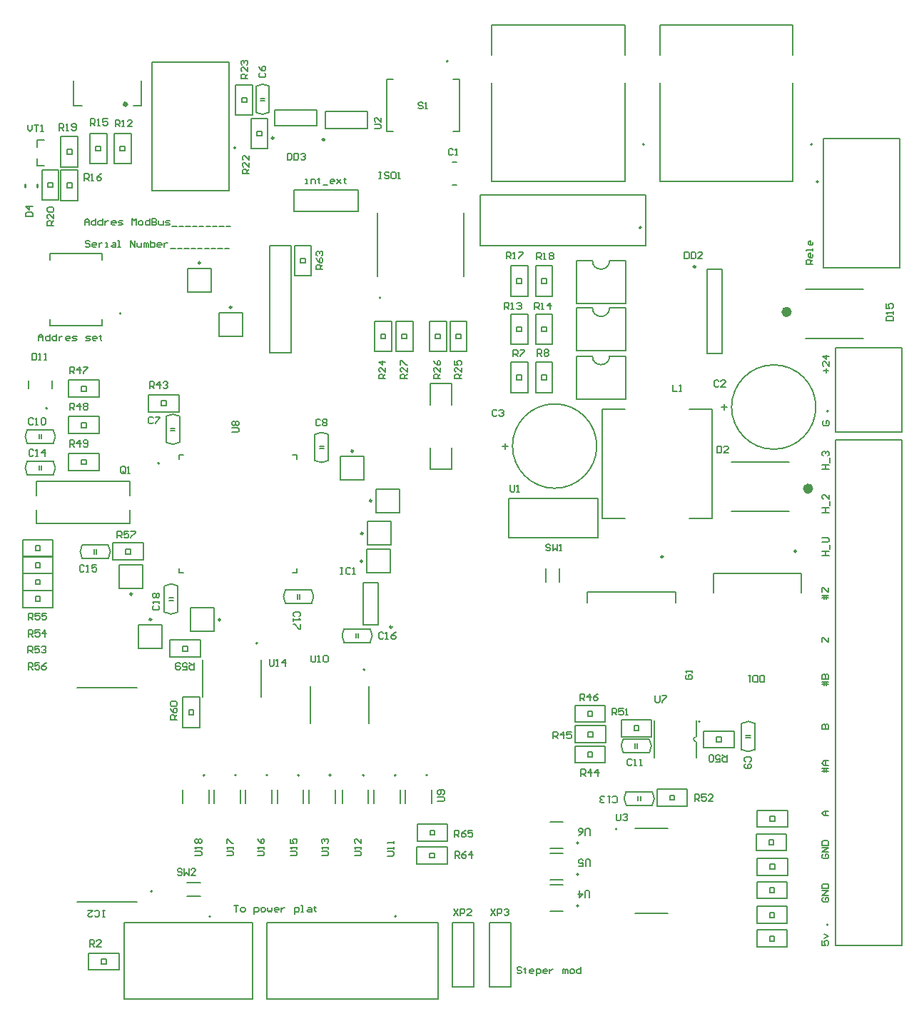
<source format=gto>
G04*
G04 #@! TF.GenerationSoftware,Altium Limited,Altium Designer,20.0.13 (296)*
G04*
G04 Layer_Color=65535*
%FSLAX44Y44*%
%MOMM*%
G71*
G01*
G75*
%ADD10C,0.2500*%
%ADD11C,0.6096*%
%ADD12C,0.2000*%
%ADD13C,0.1500*%
%ADD14C,0.1270*%
%ADD15C,0.1524*%
%ADD16C,0.5000*%
%ADD17C,0.1520*%
D10*
X769400Y531000D02*
G03*
X769400Y531000I-1250J0D01*
G01*
X927500Y537500D02*
G03*
X927500Y537500I-1250J0D01*
G01*
X367700Y1025500D02*
G03*
X367700Y1025500I-1250J0D01*
G01*
X307450Y1027500D02*
G03*
X307450Y1027500I-1250J0D01*
G01*
X139500Y486750D02*
G03*
X139500Y486750I-1250J0D01*
G01*
X808000Y874950D02*
G03*
X808000Y874950I-1250J0D01*
G01*
X257500Y826750D02*
G03*
X257500Y826750I-1250J0D01*
G01*
X220500Y879500D02*
G03*
X220500Y879500I-1250J0D01*
G01*
X401500Y656250D02*
G03*
X401500Y656250I-1250J0D01*
G01*
X423750Y597500D02*
G03*
X423750Y597500I-1250J0D01*
G01*
X413250Y558750D02*
G03*
X413250Y558750I-1250J0D01*
G01*
X412750Y525750D02*
G03*
X412750Y525750I-1250J0D01*
G01*
X447750Y447700D02*
G03*
X447750Y447700I-1250J0D01*
G01*
X244250Y456250D02*
G03*
X244250Y456250I-1250J0D01*
G01*
X162250Y456750D02*
G03*
X162250Y456750I-1250J0D01*
G01*
X12550Y968950D02*
Y972550D01*
X26950Y968950D02*
Y972550D01*
D11*
X919162Y821250D02*
G03*
X919162Y821250I-3162J0D01*
G01*
X944662Y611750D02*
G03*
X944662Y611750I-3162J0D01*
G01*
D12*
X38750Y707000D02*
G03*
X38750Y707000I-1000J0D01*
G01*
X434300Y838000D02*
G03*
X434300Y838000I-1000J0D01*
G01*
X288250Y428400D02*
G03*
X288250Y428400I-1000J0D01*
G01*
X163300Y134200D02*
G03*
X163300Y134200I-1000J0D01*
G01*
X950750Y708500D02*
G03*
X950750Y708500I-50000J0D01*
G01*
X690750Y662250D02*
G03*
X690750Y662250I-50000J0D01*
G01*
X669000Y117000D02*
G03*
X669000Y117000I-1000J0D01*
G01*
Y154500D02*
G03*
X669000Y154500I-1000J0D01*
G01*
Y191750D02*
G03*
X669000Y191750I-1000J0D01*
G01*
X225500Y271950D02*
G03*
X225500Y271950I-1000J0D01*
G01*
X263000D02*
G03*
X263000Y271950I-1000J0D01*
G01*
X300250D02*
G03*
X300250Y271950I-1000J0D01*
G01*
X337750D02*
G03*
X337750Y271950I-1000J0D01*
G01*
X375250D02*
G03*
X375250Y271950I-1000J0D01*
G01*
X414750D02*
G03*
X414750Y271950I-1000J0D01*
G01*
X490000D02*
G03*
X490000Y271950I-1000J0D01*
G01*
X452500D02*
G03*
X452500Y271950I-1000J0D01*
G01*
X126250Y819250D02*
G03*
X126250Y819250I-1000J0D01*
G01*
X514150Y1118650D02*
G03*
X514150Y1118650I-1000J0D01*
G01*
X171850Y641750D02*
G03*
X171850Y641750I-1000J0D01*
G01*
X953450Y975750D02*
G03*
X953450Y975750I-1000J0D01*
G01*
X965500Y703750D02*
G03*
X965500Y703750I-1000J0D01*
G01*
Y94750D02*
G03*
X965500Y94750I-1000J0D01*
G01*
X262200Y1015750D02*
G03*
X262200Y1015750I-1000J0D01*
G01*
X747100Y1019750D02*
G03*
X747100Y1019750I-1000J0D01*
G01*
X946600D02*
G03*
X946600Y1019750I-1000J0D01*
G01*
X714800Y208200D02*
G03*
X714800Y208200I-1000J0D01*
G01*
X232500Y104550D02*
G03*
X232500Y104550I-1000J0D01*
G01*
X415750Y397150D02*
G03*
X415750Y397150I-1000J0D01*
G01*
X452850Y104550D02*
G03*
X452850Y104550I-1000J0D01*
G01*
X679250Y476500D02*
Y489000D01*
X784250D01*
Y476500D02*
Y489000D01*
X303050Y899750D02*
X328450D01*
Y772750D02*
Y899750D01*
X303050Y772750D02*
Y899750D01*
Y772750D02*
X328450D01*
X933500Y488500D02*
Y511000D01*
X829500D02*
X933500D01*
X829500Y488500D02*
Y511000D01*
X838500Y708500D02*
X845500D01*
X842000Y705000D02*
Y712000D01*
X25500Y620250D02*
X136500D01*
X25500Y570250D02*
X136500D01*
Y603750D02*
Y620250D01*
Y570250D02*
Y586750D01*
X25500Y570250D02*
Y586750D01*
Y603750D02*
Y620250D01*
X578500Y662250D02*
X585500D01*
X582000Y658750D02*
Y665750D01*
X419000Y1039000D02*
Y1059000D01*
X369000Y1039000D02*
Y1059000D01*
X419000D01*
X369000Y1039000D02*
X419000D01*
X358750Y1042500D02*
Y1060500D01*
X308750Y1042500D02*
Y1060500D01*
X358750D01*
X308750Y1042500D02*
X358750D01*
X124250Y493250D02*
X152250D01*
X124250Y493250D02*
Y521250D01*
X152250D01*
X152250Y493250D02*
Y521250D01*
X407350Y940800D02*
Y966200D01*
X331150Y940800D02*
Y966200D01*
X407350D01*
X331150Y940800D02*
X407350D01*
X70250Y1065500D02*
X80250D01*
X70250D02*
Y1095500D01*
X141250Y1065500D02*
X150250D01*
Y1095500D01*
X821750Y772000D02*
X839750D01*
X821750Y872000D02*
X839750D01*
Y772000D02*
Y872000D01*
X821750Y772000D02*
Y872000D01*
X26250Y1017000D02*
Y1025000D01*
X35250D01*
X26250Y995000D02*
Y1003000D01*
Y995000D02*
X35250D01*
X242250Y820250D02*
X270250D01*
X270250Y792250D02*
Y820250D01*
X242250Y792250D02*
X270250D01*
X242250Y792250D02*
Y820250D01*
X205250Y873000D02*
X233250D01*
X233250Y845000D02*
Y873000D01*
X205250Y845000D02*
X233250D01*
X205250Y845000D02*
Y873000D01*
X386250Y649750D02*
X414250D01*
X414250Y621750D02*
Y649750D01*
X386250Y621750D02*
X414250D01*
X386250Y621750D02*
Y649750D01*
X429000Y583500D02*
Y611500D01*
X429000Y611500D02*
X457000D01*
Y583500D02*
Y611500D01*
X429000Y583500D02*
X457000D01*
X418500Y544750D02*
Y572750D01*
X418500Y572750D02*
X446500D01*
Y544750D02*
Y572750D01*
X418500Y544750D02*
X446500D01*
X518750Y634600D02*
Y660050D01*
X493000Y634600D02*
X518750D01*
X493000D02*
Y660050D01*
X493300Y710850D02*
Y736250D01*
X518700D01*
Y710850D02*
Y736250D01*
X418000Y511750D02*
Y539750D01*
X418000Y539750D02*
X446000D01*
Y511750D02*
Y539750D01*
X418000Y511750D02*
X446000D01*
X413500Y500250D02*
X431500D01*
X413500Y450250D02*
X431500D01*
X413500D02*
Y500250D01*
X431500Y450250D02*
Y500250D01*
X563800Y97500D02*
X589200D01*
X563800Y21300D02*
X589200D01*
X563800D02*
Y97500D01*
X589200Y21300D02*
Y97500D01*
X519800D02*
X545200D01*
X519800Y21300D02*
X545200D01*
X519800D02*
Y97500D01*
X545200Y21300D02*
Y97500D01*
X236500Y442250D02*
Y470250D01*
X208500Y442250D02*
X236500D01*
X208500D02*
Y470250D01*
X208500Y470250D02*
X236500D01*
X147000Y450250D02*
X175000D01*
X175000Y422250D02*
Y450250D01*
X147000Y422250D02*
X175000D01*
X147000Y422250D02*
Y450250D01*
X630500Y501250D02*
Y517250D01*
X646500Y501250D02*
Y517250D01*
X204750Y128250D02*
X220750D01*
X204750Y144250D02*
X220750D01*
X797334Y391000D02*
X796001Y389667D01*
Y387001D01*
X797334Y385668D01*
X802666D01*
X803999Y387001D01*
Y389667D01*
X802666Y391000D01*
X800000D01*
Y388334D01*
X803999Y393666D02*
Y396332D01*
Y394999D01*
X796001D01*
X797334Y393666D01*
X962751Y749000D02*
Y754332D01*
X960086Y751666D02*
X965417D01*
X966750Y762329D02*
Y756997D01*
X961418Y762329D01*
X960086D01*
X958753Y760996D01*
Y758330D01*
X960086Y756997D01*
X966750Y768994D02*
X958753D01*
X962751Y764995D01*
Y770327D01*
X960086Y692082D02*
X958753Y690749D01*
Y688083D01*
X960086Y686750D01*
X965417D01*
X966750Y688083D01*
Y690749D01*
X965417Y692082D01*
X962751D01*
Y689416D01*
X958336Y634750D02*
X966333D01*
X962335D01*
Y640081D01*
X958336D01*
X966333D01*
X967666Y642747D02*
Y648079D01*
X959669Y650745D02*
X958336Y652078D01*
Y654743D01*
X959669Y656076D01*
X961002D01*
X962335Y654743D01*
Y653411D01*
Y654743D01*
X963667Y656076D01*
X965000D01*
X966333Y654743D01*
Y652078D01*
X965000Y650745D01*
X958336Y583455D02*
X966333D01*
X962335D01*
Y588786D01*
X958336D01*
X966333D01*
X967666Y591452D02*
Y596783D01*
X966333Y604781D02*
Y599449D01*
X961002Y604781D01*
X959669D01*
X958336Y603448D01*
Y600782D01*
X959669Y599449D01*
X958336Y532159D02*
X966333D01*
X962335D01*
Y537491D01*
X958336D01*
X966333D01*
X967666Y540157D02*
Y545488D01*
X958336Y548154D02*
X965000D01*
X966333Y549487D01*
Y552153D01*
X965000Y553485D01*
X958336D01*
X966000Y482197D02*
X958003D01*
Y484862D02*
X966000D01*
X960668Y480864D02*
Y484862D01*
Y486195D01*
X963334Y480864D02*
Y486195D01*
X958003Y488861D02*
Y494193D01*
X959335D01*
X964667Y488861D01*
X966000D01*
Y494193D01*
X958003Y429568D02*
Y434900D01*
X959335D01*
X964667Y429568D01*
X966000D01*
Y434900D01*
X966000Y379606D02*
X958003D01*
Y382271D02*
X966000D01*
X960668Y378273D02*
Y382271D01*
Y383604D01*
X963334Y378273D02*
Y383604D01*
X958003Y386270D02*
X966000D01*
Y390269D01*
X964667Y391602D01*
X963334D01*
X962001Y390269D01*
Y386270D01*
Y390269D01*
X960668Y391602D01*
X959335D01*
X958003Y390269D01*
Y386270D01*
X958003Y326977D02*
X966000D01*
Y330976D01*
X964667Y332309D01*
X963334D01*
X962001Y330976D01*
Y326977D01*
Y330976D01*
X960668Y332309D01*
X959335D01*
X958003Y330976D01*
Y326977D01*
X966000Y277015D02*
X958003D01*
Y279681D02*
X966000D01*
X960668Y275682D02*
Y279681D01*
Y281013D01*
X963334Y275682D02*
Y281013D01*
X966000Y283679D02*
X960668D01*
X958003Y286345D01*
X960668Y289011D01*
X966000D01*
X962001D01*
Y283679D01*
X966000Y224386D02*
X960668D01*
X958003Y227052D01*
X960668Y229718D01*
X966000D01*
X962001D01*
Y224386D01*
X959335Y178423D02*
X958003Y177090D01*
Y174424D01*
X959335Y173091D01*
X964667D01*
X966000Y174424D01*
Y177090D01*
X964667Y178423D01*
X962001D01*
Y175757D01*
X966000Y181088D02*
X958003D01*
X966000Y186420D01*
X958003D01*
Y189086D02*
X966000D01*
Y193085D01*
X964667Y194417D01*
X959335D01*
X958003Y193085D01*
Y189086D01*
X959335Y127127D02*
X958003Y125794D01*
Y123128D01*
X959335Y121796D01*
X964667D01*
X966000Y123128D01*
Y125794D01*
X964667Y127127D01*
X962001D01*
Y124461D01*
X966000Y129793D02*
X958003D01*
X966000Y135125D01*
X958003D01*
Y137790D02*
X966000D01*
Y141789D01*
X964667Y143122D01*
X959335D01*
X958003Y141789D01*
Y137790D01*
X958003Y75832D02*
Y70500D01*
X962001D01*
X960668Y73166D01*
Y74499D01*
X962001Y75832D01*
X964667D01*
X966000Y74499D01*
Y71833D01*
X964667Y70500D01*
X960668Y78497D02*
X966000Y81163D01*
X960668Y83829D01*
X260250Y117913D02*
X265582D01*
X262916D01*
Y109916D01*
X269580D02*
X272246D01*
X273579Y111249D01*
Y113914D01*
X272246Y115247D01*
X269580D01*
X268247Y113914D01*
Y111249D01*
X269580Y109916D01*
X284242Y107250D02*
Y115247D01*
X288241D01*
X289574Y113914D01*
Y111249D01*
X288241Y109916D01*
X284242D01*
X293573D02*
X296238D01*
X297571Y111249D01*
Y113914D01*
X296238Y115247D01*
X293573D01*
X292240Y113914D01*
Y111249D01*
X293573Y109916D01*
X300237Y115247D02*
Y111249D01*
X301570Y109916D01*
X302903Y111249D01*
X304236Y109916D01*
X305569Y111249D01*
Y115247D01*
X312233Y109916D02*
X309567D01*
X308235Y111249D01*
Y113914D01*
X309567Y115247D01*
X312233D01*
X313566Y113914D01*
Y112582D01*
X308235D01*
X316232Y115247D02*
Y109916D01*
Y112582D01*
X317565Y113914D01*
X318898Y115247D01*
X320231D01*
X332227Y107250D02*
Y115247D01*
X336226D01*
X337558Y113914D01*
Y111249D01*
X336226Y109916D01*
X332227D01*
X340224D02*
X342890D01*
X341557D01*
Y117913D01*
X340224D01*
X348222Y115247D02*
X350887D01*
X352220Y113914D01*
Y109916D01*
X348222D01*
X346889Y111249D01*
X348222Y112582D01*
X352220D01*
X356219Y116580D02*
Y115247D01*
X354886D01*
X357552D01*
X356219D01*
Y111249D01*
X357552Y109916D01*
X28500Y787250D02*
Y792582D01*
X31166Y795247D01*
X33832Y792582D01*
Y787250D01*
Y791249D01*
X28500D01*
X41829Y795247D02*
Y787250D01*
X37830D01*
X36497Y788583D01*
Y791249D01*
X37830Y792582D01*
X41829D01*
X49826Y795247D02*
Y787250D01*
X45828D01*
X44495Y788583D01*
Y791249D01*
X45828Y792582D01*
X49826D01*
X52492D02*
Y787250D01*
Y789916D01*
X53825Y791249D01*
X55158Y792582D01*
X56491D01*
X64488Y787250D02*
X61823D01*
X60490Y788583D01*
Y791249D01*
X61823Y792582D01*
X64488D01*
X65821Y791249D01*
Y789916D01*
X60490D01*
X68487Y787250D02*
X72486D01*
X73819Y788583D01*
X72486Y789916D01*
X69820D01*
X68487Y791249D01*
X69820Y792582D01*
X73819D01*
X84482Y787250D02*
X88481D01*
X89813Y788583D01*
X88481Y789916D01*
X85815D01*
X84482Y791249D01*
X85815Y792582D01*
X89813D01*
X96478Y787250D02*
X93812D01*
X92479Y788583D01*
Y791249D01*
X93812Y792582D01*
X96478D01*
X97811Y791249D01*
Y789916D01*
X92479D01*
X101810Y793914D02*
Y792582D01*
X100477D01*
X103143D01*
X101810D01*
Y788583D01*
X103143Y787250D01*
X89332Y904747D02*
X87999Y906080D01*
X85333D01*
X84000Y904747D01*
Y903415D01*
X85333Y902082D01*
X87999D01*
X89332Y900749D01*
Y899416D01*
X87999Y898083D01*
X85333D01*
X84000Y899416D01*
X95996Y898083D02*
X93330D01*
X91997Y899416D01*
Y902082D01*
X93330Y903415D01*
X95996D01*
X97329Y902082D01*
Y900749D01*
X91997D01*
X99995Y903415D02*
Y898083D01*
Y900749D01*
X101328Y902082D01*
X102661Y903415D01*
X103994D01*
X107992Y898083D02*
X110658D01*
X109325D01*
Y903415D01*
X107992D01*
X115990D02*
X118656D01*
X119988Y902082D01*
Y898083D01*
X115990D01*
X114657Y899416D01*
X115990Y900749D01*
X119988D01*
X122654Y898083D02*
X125320D01*
X123987D01*
Y906080D01*
X122654D01*
X137316Y898083D02*
Y906080D01*
X142648Y898083D01*
Y906080D01*
X145314Y903415D02*
Y899416D01*
X146646Y898083D01*
X150645D01*
Y903415D01*
X153311Y898083D02*
Y903415D01*
X154644D01*
X155977Y902082D01*
Y898083D01*
Y902082D01*
X157310Y903415D01*
X158643Y902082D01*
Y898083D01*
X161308Y906080D02*
Y898083D01*
X165307D01*
X166640Y899416D01*
Y900749D01*
Y902082D01*
X165307Y903415D01*
X161308D01*
X173305Y898083D02*
X170639D01*
X169306Y899416D01*
Y902082D01*
X170639Y903415D01*
X173305D01*
X174637Y902082D01*
Y900749D01*
X169306D01*
X177303Y903415D02*
Y898083D01*
Y900749D01*
X178636Y902082D01*
X179969Y903415D01*
X181302D01*
X185301Y896750D02*
X190632D01*
X193298D02*
X198630D01*
X201296D02*
X206627D01*
X209293D02*
X214625D01*
X217290D02*
X222622D01*
X225288D02*
X230619D01*
X233285D02*
X238617D01*
X241283D02*
X246614D01*
X249280D02*
X254612D01*
X83000Y924083D02*
Y929415D01*
X85666Y932080D01*
X88332Y929415D01*
Y924083D01*
Y928082D01*
X83000D01*
X96329Y932080D02*
Y924083D01*
X92330D01*
X90997Y925416D01*
Y928082D01*
X92330Y929415D01*
X96329D01*
X104326Y932080D02*
Y924083D01*
X100328D01*
X98995Y925416D01*
Y928082D01*
X100328Y929415D01*
X104326D01*
X106992D02*
Y924083D01*
Y926749D01*
X108325Y928082D01*
X109658Y929415D01*
X110991D01*
X118988Y924083D02*
X116323D01*
X114990Y925416D01*
Y928082D01*
X116323Y929415D01*
X118988D01*
X120321Y928082D01*
Y926749D01*
X114990D01*
X122987Y924083D02*
X126986D01*
X128319Y925416D01*
X126986Y926749D01*
X124320D01*
X122987Y928082D01*
X124320Y929415D01*
X128319D01*
X138982Y924083D02*
Y932080D01*
X141648Y929415D01*
X144313Y932080D01*
Y924083D01*
X148312D02*
X150978D01*
X152311Y925416D01*
Y928082D01*
X150978Y929415D01*
X148312D01*
X146979Y928082D01*
Y925416D01*
X148312Y924083D01*
X160308Y932080D02*
Y924083D01*
X156310D01*
X154977Y925416D01*
Y928082D01*
X156310Y929415D01*
X160308D01*
X162974Y932080D02*
Y924083D01*
X166973D01*
X168306Y925416D01*
Y926749D01*
X166973Y928082D01*
X162974D01*
X166973D01*
X168306Y929415D01*
Y930747D01*
X166973Y932080D01*
X162974D01*
X170972Y929415D02*
Y925416D01*
X172304Y924083D01*
X176303D01*
Y929415D01*
X178969Y924083D02*
X182968D01*
X184301Y925416D01*
X182968Y926749D01*
X180302D01*
X178969Y928082D01*
X180302Y929415D01*
X184301D01*
X186966Y922750D02*
X192298D01*
X194964D02*
X200296D01*
X202961D02*
X208293D01*
X210959D02*
X216290D01*
X218956D02*
X224288D01*
X226954D02*
X232285D01*
X234951D02*
X240283D01*
X242948D02*
X248280D01*
X250946D02*
X256277D01*
X947250Y877750D02*
X939253D01*
Y881749D01*
X940585Y883082D01*
X943251D01*
X944584Y881749D01*
Y877750D01*
Y880416D02*
X947250Y883082D01*
Y889746D02*
Y887080D01*
X945917Y885747D01*
X943251D01*
X941918Y887080D01*
Y889746D01*
X943251Y891079D01*
X944584D01*
Y885747D01*
X947250Y893745D02*
Y896411D01*
Y895078D01*
X939253D01*
Y893745D01*
X947250Y904408D02*
Y901742D01*
X945917Y900409D01*
X943251D01*
X941918Y901742D01*
Y904408D01*
X943251Y905741D01*
X944584D01*
Y900409D01*
X345000Y973333D02*
X347666D01*
X346333D01*
Y978664D01*
X345000D01*
X351665Y973333D02*
Y978664D01*
X355663D01*
X356996Y977332D01*
Y973333D01*
X360995Y979997D02*
Y978664D01*
X359662D01*
X362328D01*
X360995D01*
Y974666D01*
X362328Y973333D01*
X366326Y972000D02*
X371658D01*
X378323Y973333D02*
X375657D01*
X374324Y974666D01*
Y977332D01*
X375657Y978664D01*
X378323D01*
X379655Y977332D01*
Y975999D01*
X374324D01*
X382321Y978664D02*
X387653Y973333D01*
X384987Y975999D01*
X387653Y978664D01*
X382321Y973333D01*
X391652Y979997D02*
Y978664D01*
X390319D01*
X392985D01*
X391652D01*
Y974666D01*
X392985Y973333D01*
X601582Y43580D02*
X600249Y44913D01*
X597583D01*
X596250Y43580D01*
Y42247D01*
X597583Y40915D01*
X600249D01*
X601582Y39582D01*
Y38249D01*
X600249Y36916D01*
X597583D01*
X596250Y38249D01*
X605580Y43580D02*
Y42247D01*
X604247D01*
X606913D01*
X605580D01*
Y38249D01*
X606913Y36916D01*
X614911D02*
X612245D01*
X610912Y38249D01*
Y40915D01*
X612245Y42247D01*
X614911D01*
X616244Y40915D01*
Y39582D01*
X610912D01*
X618909Y34250D02*
Y42247D01*
X622908D01*
X624241Y40915D01*
Y38249D01*
X622908Y36916D01*
X618909D01*
X630905D02*
X628240D01*
X626907Y38249D01*
Y40915D01*
X628240Y42247D01*
X630905D01*
X632238Y40915D01*
Y39582D01*
X626907D01*
X634904Y42247D02*
Y36916D01*
Y39582D01*
X636237Y40915D01*
X637570Y42247D01*
X638903D01*
X650899Y36916D02*
Y42247D01*
X652232D01*
X653565Y40915D01*
Y36916D01*
Y40915D01*
X654898Y42247D01*
X656231Y40915D01*
Y36916D01*
X660229D02*
X662895D01*
X664228Y38249D01*
Y40915D01*
X662895Y42247D01*
X660229D01*
X658896Y40915D01*
Y38249D01*
X660229Y36916D01*
X672225Y44913D02*
Y36916D01*
X668227D01*
X666894Y38249D01*
Y40915D01*
X668227Y42247D01*
X672225D01*
X780668Y734999D02*
Y727001D01*
X786000D01*
X788666D02*
X791332D01*
X789999D01*
Y734999D01*
X788666Y733666D01*
X1034251Y811003D02*
X1042249D01*
Y815002D01*
X1040916Y816335D01*
X1035584D01*
X1034251Y815002D01*
Y811003D01*
X1042249Y819001D02*
Y821666D01*
Y820334D01*
X1034251D01*
X1035584Y819001D01*
X1034251Y830997D02*
Y825665D01*
X1038250D01*
X1036917Y828331D01*
Y829664D01*
X1038250Y830997D01*
X1040916D01*
X1042249Y829664D01*
Y826998D01*
X1040916Y825665D01*
X564894Y113659D02*
X570226Y105662D01*
Y113659D02*
X564894Y105662D01*
X572891D02*
Y113659D01*
X576890D01*
X578223Y112326D01*
Y109661D01*
X576890Y108328D01*
X572891D01*
X580889Y112326D02*
X582222Y113659D01*
X584888D01*
X586220Y112326D01*
Y110994D01*
X584888Y109661D01*
X583555D01*
X584888D01*
X586220Y108328D01*
Y106995D01*
X584888Y105662D01*
X582222D01*
X580889Y106995D01*
X520698Y113659D02*
X526030Y105662D01*
Y113659D02*
X520698Y105662D01*
X528695D02*
Y113659D01*
X532694D01*
X534027Y112326D01*
Y109661D01*
X532694Y108328D01*
X528695D01*
X542024Y105662D02*
X536693D01*
X542024Y110994D01*
Y112326D01*
X540692Y113659D01*
X538026D01*
X536693Y112326D01*
X15238Y1043045D02*
Y1037714D01*
X17904Y1035048D01*
X20570Y1037714D01*
Y1043045D01*
X23235D02*
X28567D01*
X25901D01*
Y1035048D01*
X31233D02*
X33899D01*
X32566D01*
Y1043045D01*
X31233Y1041712D01*
X214001Y176503D02*
X220666D01*
X221999Y177836D01*
Y180502D01*
X220666Y181835D01*
X214001D01*
X221999Y184501D02*
Y187167D01*
Y185834D01*
X214001D01*
X215334Y184501D01*
Y191165D02*
X214001Y192498D01*
Y195164D01*
X215334Y196497D01*
X216667D01*
X218000Y195164D01*
X219333Y196497D01*
X220666D01*
X221999Y195164D01*
Y192498D01*
X220666Y191165D01*
X219333D01*
X218000Y192498D01*
X216667Y191165D01*
X215334D01*
X218000Y192498D02*
Y195164D01*
X251501Y176503D02*
X258166D01*
X259499Y177836D01*
Y180502D01*
X258166Y181835D01*
X251501D01*
X259499Y184501D02*
Y187167D01*
Y185834D01*
X251501D01*
X252834Y184501D01*
X251501Y191165D02*
Y196497D01*
X252834D01*
X258166Y191165D01*
X259499D01*
X288281Y176503D02*
X294946D01*
X296279Y177836D01*
Y180502D01*
X294946Y181835D01*
X288281D01*
X296279Y184501D02*
Y187167D01*
Y185834D01*
X288281D01*
X289614Y184501D01*
X288281Y196497D02*
X289614Y193831D01*
X292280Y191165D01*
X294946D01*
X296279Y192498D01*
Y195164D01*
X294946Y196497D01*
X293613D01*
X292280Y195164D01*
Y191165D01*
X327251Y176503D02*
X333916D01*
X335249Y177836D01*
Y180502D01*
X333916Y181835D01*
X327251D01*
X335249Y184501D02*
Y187167D01*
Y185834D01*
X327251D01*
X328584Y184501D01*
X327251Y196497D02*
Y191165D01*
X331250D01*
X329917Y193831D01*
Y195164D01*
X331250Y196497D01*
X333916D01*
X335249Y195164D01*
Y192498D01*
X333916Y191165D01*
X302253Y409249D02*
Y402584D01*
X303586Y401251D01*
X306252D01*
X307585Y402584D01*
Y409249D01*
X310251Y401251D02*
X312916D01*
X311584D01*
Y409249D01*
X310251Y407916D01*
X320914Y401251D02*
Y409249D01*
X316915Y405250D01*
X322247D01*
X364251Y176503D02*
X370916D01*
X372249Y177836D01*
Y180502D01*
X370916Y181835D01*
X364251D01*
X372249Y184501D02*
Y187167D01*
Y185834D01*
X364251D01*
X365584Y184501D01*
Y191165D02*
X364251Y192498D01*
Y195164D01*
X365584Y196497D01*
X366917D01*
X368250Y195164D01*
Y193831D01*
Y195164D01*
X369583Y196497D01*
X370916D01*
X372249Y195164D01*
Y192498D01*
X370916Y191165D01*
X403251Y176503D02*
X409916D01*
X411249Y177836D01*
Y180502D01*
X409916Y181835D01*
X403251D01*
X411249Y184501D02*
Y187167D01*
Y185834D01*
X403251D01*
X404584Y184501D01*
X411249Y196497D02*
Y191165D01*
X405917Y196497D01*
X404584D01*
X403251Y195164D01*
Y192498D01*
X404584Y191165D01*
X442001Y176170D02*
X448666D01*
X449999Y177503D01*
Y180169D01*
X448666Y181502D01*
X442001D01*
X449999Y184167D02*
Y186833D01*
Y185500D01*
X442001D01*
X443334Y184167D01*
X449999Y190832D02*
Y193498D01*
Y192165D01*
X442001D01*
X443334Y190832D01*
X351788Y414141D02*
Y407477D01*
X353121Y406144D01*
X355787D01*
X357120Y407477D01*
Y414141D01*
X359785Y406144D02*
X362451D01*
X361118D01*
Y414141D01*
X359785Y412808D01*
X366450D02*
X367783Y414141D01*
X370449D01*
X371782Y412808D01*
Y407477D01*
X370449Y406144D01*
X367783D01*
X366450Y407477D01*
Y412808D01*
X501751Y241085D02*
X508416D01*
X509749Y242418D01*
Y245084D01*
X508416Y246417D01*
X501751D01*
X508416Y249083D02*
X509749Y250416D01*
Y253082D01*
X508416Y254415D01*
X503084D01*
X501751Y253082D01*
Y250416D01*
X503084Y249083D01*
X504417D01*
X505750Y250416D01*
Y254415D01*
X258001Y678586D02*
X264666D01*
X265999Y679918D01*
Y682584D01*
X264666Y683917D01*
X258001D01*
X259334Y686583D02*
X258001Y687916D01*
Y690582D01*
X259334Y691915D01*
X260667D01*
X262000Y690582D01*
X263333Y691915D01*
X264666D01*
X265999Y690582D01*
Y687916D01*
X264666Y686583D01*
X263333D01*
X262000Y687916D01*
X260667Y686583D01*
X259334D01*
X262000Y687916D02*
Y690582D01*
X760220Y366389D02*
Y359725D01*
X761553Y358392D01*
X764219D01*
X765552Y359725D01*
Y366389D01*
X768217D02*
X773549D01*
Y365056D01*
X768217Y359725D01*
Y358392D01*
X682414Y200751D02*
Y207416D01*
X681082Y208749D01*
X678416D01*
X677083Y207416D01*
Y200751D01*
X669085D02*
X671751Y202084D01*
X674417Y204750D01*
Y207416D01*
X673084Y208749D01*
X670418D01*
X669085Y207416D01*
Y206083D01*
X670418Y204750D01*
X674417D01*
X682714Y164501D02*
Y171166D01*
X681382Y172499D01*
X678716D01*
X677383Y171166D01*
Y164501D01*
X669386D02*
X674717D01*
Y168500D01*
X672051Y167167D01*
X670718D01*
X669386Y168500D01*
Y171166D01*
X670718Y172499D01*
X673384D01*
X674717Y171166D01*
X682165Y127251D02*
Y133916D01*
X680832Y135249D01*
X678166D01*
X676833Y133916D01*
Y127251D01*
X670168Y135249D02*
Y127251D01*
X674167Y131250D01*
X668835D01*
X713738Y226181D02*
Y219517D01*
X715071Y218184D01*
X717737D01*
X719070Y219517D01*
Y226181D01*
X721735Y224848D02*
X723068Y226181D01*
X725734D01*
X727067Y224848D01*
Y223516D01*
X725734Y222183D01*
X724401D01*
X725734D01*
X727067Y220850D01*
Y219517D01*
X725734Y218184D01*
X723068D01*
X721735Y219517D01*
X426751Y1038335D02*
X433416D01*
X434749Y1039668D01*
Y1042334D01*
X433416Y1043667D01*
X426751D01*
X434749Y1051665D02*
Y1046333D01*
X429417Y1051665D01*
X428084D01*
X426751Y1050332D01*
Y1047666D01*
X428084Y1046333D01*
X588008Y615817D02*
Y609153D01*
X589341Y607820D01*
X592007D01*
X593340Y609153D01*
Y615817D01*
X596005Y607820D02*
X598671D01*
X597338D01*
Y615817D01*
X596005Y614484D01*
X198624Y160079D02*
X197291Y161411D01*
X194625D01*
X193292Y160079D01*
Y158746D01*
X194625Y157413D01*
X197291D01*
X198624Y156080D01*
Y154747D01*
X197291Y153414D01*
X194625D01*
X193292Y154747D01*
X201289Y161411D02*
Y153414D01*
X203955Y156080D01*
X206621Y153414D01*
Y161411D01*
X214618Y153414D02*
X209287D01*
X214618Y158746D01*
Y160079D01*
X213286Y161411D01*
X210620D01*
X209287Y160079D01*
X635758Y544635D02*
X634425Y545967D01*
X631759D01*
X630426Y544635D01*
Y543302D01*
X631759Y541969D01*
X634425D01*
X635758Y540636D01*
Y539303D01*
X634425Y537970D01*
X631759D01*
X630426Y539303D01*
X638423Y545967D02*
Y537970D01*
X641089Y540636D01*
X643755Y537970D01*
Y545967D01*
X646421Y537970D02*
X649087D01*
X647754D01*
Y545967D01*
X646421Y544635D01*
X484400Y1068666D02*
X483067Y1069999D01*
X480401D01*
X479068Y1068666D01*
Y1067333D01*
X480401Y1066000D01*
X483067D01*
X484400Y1064667D01*
Y1063334D01*
X483067Y1062001D01*
X480401D01*
X479068Y1063334D01*
X487066Y1062001D02*
X489732D01*
X488399D01*
Y1069999D01*
X487066Y1068666D01*
X522087Y198751D02*
Y206749D01*
X526086D01*
X527418Y205416D01*
Y202750D01*
X526086Y201417D01*
X522087D01*
X524753D02*
X527418Y198751D01*
X535416Y206749D02*
X532750Y205416D01*
X530084Y202750D01*
Y200084D01*
X531417Y198751D01*
X534083D01*
X535416Y200084D01*
Y201417D01*
X534083Y202750D01*
X530084D01*
X543413Y206749D02*
X538082D01*
Y202750D01*
X540747Y204083D01*
X542080D01*
X543413Y202750D01*
Y200084D01*
X542080Y198751D01*
X539414D01*
X538082Y200084D01*
X522587Y173751D02*
Y181749D01*
X526586D01*
X527918Y180416D01*
Y177750D01*
X526586Y176417D01*
X522587D01*
X525253D02*
X527918Y173751D01*
X535916Y181749D02*
X533250Y180416D01*
X530584Y177750D01*
Y175084D01*
X531917Y173751D01*
X534583D01*
X535916Y175084D01*
Y176417D01*
X534583Y177750D01*
X530584D01*
X542580Y173751D02*
Y181749D01*
X538582Y177750D01*
X543913D01*
X365749Y871837D02*
X357751D01*
Y875835D01*
X359084Y877168D01*
X361750D01*
X363083Y875835D01*
Y871837D01*
Y874503D02*
X365749Y877168D01*
X357751Y885166D02*
X359084Y882500D01*
X361750Y879834D01*
X364416D01*
X365749Y881167D01*
Y883833D01*
X364416Y885166D01*
X363083D01*
X361750Y883833D01*
Y879834D01*
X359084Y887832D02*
X357751Y889165D01*
Y891830D01*
X359084Y893163D01*
X360417D01*
X361750Y891830D01*
Y890497D01*
Y891830D01*
X363083Y893163D01*
X364416D01*
X365749Y891830D01*
Y889165D01*
X364416Y887832D01*
X192749Y338087D02*
X184751D01*
Y342085D01*
X186084Y343418D01*
X188750D01*
X190083Y342085D01*
Y338087D01*
Y340753D02*
X192749Y343418D01*
X184751Y351416D02*
X186084Y348750D01*
X188750Y346084D01*
X191416D01*
X192749Y347417D01*
Y350083D01*
X191416Y351416D01*
X190083D01*
X188750Y350083D01*
Y346084D01*
X186084Y354082D02*
X184751Y355415D01*
Y358080D01*
X186084Y359413D01*
X191416D01*
X192749Y358080D01*
Y355415D01*
X191416Y354082D01*
X186084D01*
X212663Y405249D02*
Y397251D01*
X208664D01*
X207332Y398584D01*
Y401250D01*
X208664Y402583D01*
X212663D01*
X209997D02*
X207332Y405249D01*
X199334Y397251D02*
X204666D01*
Y401250D01*
X202000Y399917D01*
X200667D01*
X199334Y401250D01*
Y403916D01*
X200667Y405249D01*
X203333D01*
X204666Y403916D01*
X196668D02*
X195335Y405249D01*
X192670D01*
X191337Y403916D01*
Y398584D01*
X192670Y397251D01*
X195335D01*
X196668Y398584D01*
Y399917D01*
X195335Y401250D01*
X191337D01*
X121837Y553251D02*
Y561249D01*
X125836D01*
X127168Y559916D01*
Y557250D01*
X125836Y555917D01*
X121837D01*
X124503D02*
X127168Y553251D01*
X135166Y561249D02*
X129834D01*
Y557250D01*
X132500Y558583D01*
X133833D01*
X135166Y557250D01*
Y554584D01*
X133833Y553251D01*
X131167D01*
X129834Y554584D01*
X137832Y561249D02*
X143163D01*
Y559916D01*
X137832Y554584D01*
Y553251D01*
X16087Y397251D02*
Y405249D01*
X20085D01*
X21418Y403916D01*
Y401250D01*
X20085Y399917D01*
X16087D01*
X18752D02*
X21418Y397251D01*
X29416Y405249D02*
X24084D01*
Y401250D01*
X26750Y402583D01*
X28083D01*
X29416Y401250D01*
Y398584D01*
X28083Y397251D01*
X25417D01*
X24084Y398584D01*
X37413Y405249D02*
X34747Y403916D01*
X32081Y401250D01*
Y398584D01*
X33414Y397251D01*
X36080D01*
X37413Y398584D01*
Y399917D01*
X36080Y401250D01*
X32081D01*
X16337Y456251D02*
Y464249D01*
X20335D01*
X21668Y462916D01*
Y460250D01*
X20335Y458917D01*
X16337D01*
X19002D02*
X21668Y456251D01*
X29666Y464249D02*
X24334D01*
Y460250D01*
X27000Y461583D01*
X28333D01*
X29666Y460250D01*
Y457584D01*
X28333Y456251D01*
X25667D01*
X24334Y457584D01*
X37663Y464249D02*
X32332D01*
Y460250D01*
X34997Y461583D01*
X36330D01*
X37663Y460250D01*
Y457584D01*
X36330Y456251D01*
X33665D01*
X32332Y457584D01*
X16337Y436251D02*
Y444249D01*
X20335D01*
X21668Y442916D01*
Y440250D01*
X20335Y438917D01*
X16337D01*
X19002D02*
X21668Y436251D01*
X29666Y444249D02*
X24334D01*
Y440250D01*
X27000Y441583D01*
X28333D01*
X29666Y440250D01*
Y437584D01*
X28333Y436251D01*
X25667D01*
X24334Y437584D01*
X36330Y436251D02*
Y444249D01*
X32332Y440250D01*
X37663D01*
X15837Y417001D02*
Y424999D01*
X19835D01*
X21168Y423666D01*
Y421000D01*
X19835Y419667D01*
X15837D01*
X18503D02*
X21168Y417001D01*
X29166Y424999D02*
X23834D01*
Y421000D01*
X26500Y422333D01*
X27833D01*
X29166Y421000D01*
Y418334D01*
X27833Y417001D01*
X25167D01*
X23834Y418334D01*
X31832Y423666D02*
X33164Y424999D01*
X35830D01*
X37163Y423666D01*
Y422333D01*
X35830Y421000D01*
X34497D01*
X35830D01*
X37163Y419667D01*
Y418334D01*
X35830Y417001D01*
X33164D01*
X31832Y418334D01*
X807087Y241251D02*
Y249249D01*
X811086D01*
X812418Y247916D01*
Y245250D01*
X811086Y243917D01*
X807087D01*
X809753D02*
X812418Y241251D01*
X820416Y249249D02*
X815084D01*
Y245250D01*
X817750Y246583D01*
X819083D01*
X820416Y245250D01*
Y242584D01*
X819083Y241251D01*
X816417D01*
X815084Y242584D01*
X828413Y241251D02*
X823082D01*
X828413Y246583D01*
Y247916D01*
X827080Y249249D01*
X824415D01*
X823082Y247916D01*
X708920Y343251D02*
Y351249D01*
X712918D01*
X714251Y349916D01*
Y347250D01*
X712918Y345917D01*
X708920D01*
X711585D02*
X714251Y343251D01*
X722249Y351249D02*
X716917D01*
Y347250D01*
X719583Y348583D01*
X720916D01*
X722249Y347250D01*
Y344584D01*
X720916Y343251D01*
X718250D01*
X716917Y344584D01*
X724914Y343251D02*
X727580D01*
X726247D01*
Y351249D01*
X724914Y349916D01*
X845163Y295999D02*
Y288001D01*
X841164D01*
X839832Y289334D01*
Y292000D01*
X841164Y293333D01*
X845163D01*
X842497D02*
X839832Y295999D01*
X831834Y288001D02*
X837166D01*
Y292000D01*
X834500Y290667D01*
X833167D01*
X831834Y292000D01*
Y294666D01*
X833167Y295999D01*
X835833D01*
X837166Y294666D01*
X829168Y289334D02*
X827835Y288001D01*
X825170D01*
X823837Y289334D01*
Y294666D01*
X825170Y295999D01*
X827835D01*
X829168Y294666D01*
Y289334D01*
X65530Y661414D02*
Y669411D01*
X69529D01*
X70862Y668079D01*
Y665413D01*
X69529Y664080D01*
X65530D01*
X68196D02*
X70862Y661414D01*
X77526D02*
Y669411D01*
X73527Y665413D01*
X78859D01*
X81525Y662747D02*
X82858Y661414D01*
X85524D01*
X86856Y662747D01*
Y668079D01*
X85524Y669411D01*
X82858D01*
X81525Y668079D01*
Y666746D01*
X82858Y665413D01*
X86856D01*
X65530Y705102D02*
Y713099D01*
X69529D01*
X70862Y711767D01*
Y709101D01*
X69529Y707768D01*
X65530D01*
X68196D02*
X70862Y705102D01*
X77526D02*
Y713099D01*
X73527Y709101D01*
X78859D01*
X81525Y711767D02*
X82858Y713099D01*
X85524D01*
X86856Y711767D01*
Y710434D01*
X85524Y709101D01*
X86856Y707768D01*
Y706435D01*
X85524Y705102D01*
X82858D01*
X81525Y706435D01*
Y707768D01*
X82858Y709101D01*
X81525Y710434D01*
Y711767D01*
X82858Y709101D02*
X85524D01*
X65530Y748282D02*
Y756279D01*
X69529D01*
X70862Y754947D01*
Y752281D01*
X69529Y750948D01*
X65530D01*
X68196D02*
X70862Y748282D01*
X77526D02*
Y756279D01*
X73527Y752281D01*
X78859D01*
X81525Y756279D02*
X86856D01*
Y754947D01*
X81525Y749615D01*
Y748282D01*
X670837Y360501D02*
Y368499D01*
X674836D01*
X676168Y367166D01*
Y364500D01*
X674836Y363167D01*
X670837D01*
X673503D02*
X676168Y360501D01*
X682833D02*
Y368499D01*
X678834Y364500D01*
X684166D01*
X692163Y368499D02*
X689497Y367166D01*
X686832Y364500D01*
Y361834D01*
X688165Y360501D01*
X690830D01*
X692163Y361834D01*
Y363167D01*
X690830Y364500D01*
X686832D01*
X639087Y315501D02*
Y323499D01*
X643085D01*
X644418Y322166D01*
Y319500D01*
X643085Y318167D01*
X639087D01*
X641753D02*
X644418Y315501D01*
X651083D02*
Y323499D01*
X647084Y319500D01*
X652416D01*
X660413Y323499D02*
X655082D01*
Y319500D01*
X657747Y320833D01*
X659080D01*
X660413Y319500D01*
Y316834D01*
X659080Y315501D01*
X656414D01*
X655082Y316834D01*
X672087Y271001D02*
Y278999D01*
X676086D01*
X677418Y277666D01*
Y275000D01*
X676086Y273667D01*
X672087D01*
X674753D02*
X677418Y271001D01*
X684083D02*
Y278999D01*
X680084Y275000D01*
X685416D01*
X692080Y271001D02*
Y278999D01*
X688082Y275000D01*
X693413D01*
X160272Y730756D02*
Y738753D01*
X164271D01*
X165604Y737421D01*
Y734755D01*
X164271Y733422D01*
X160272D01*
X162938D02*
X165604Y730756D01*
X172268D02*
Y738753D01*
X168269Y734755D01*
X173601D01*
X176267Y737421D02*
X177600Y738753D01*
X180266D01*
X181598Y737421D01*
Y736088D01*
X180266Y734755D01*
X178933D01*
X180266D01*
X181598Y733422D01*
Y732089D01*
X180266Y730756D01*
X177600D01*
X176267Y732089D01*
X465749Y742087D02*
X457751D01*
Y746086D01*
X459084Y747418D01*
X461750D01*
X463083Y746086D01*
Y742087D01*
Y744753D02*
X465749Y747418D01*
Y755416D02*
Y750084D01*
X460417Y755416D01*
X459084D01*
X457751Y754083D01*
Y751417D01*
X459084Y750084D01*
X457751Y758082D02*
Y763413D01*
X459084D01*
X464416Y758082D01*
X465749D01*
X505249Y742087D02*
X497251D01*
Y746086D01*
X498584Y747418D01*
X501250D01*
X502583Y746086D01*
Y742087D01*
Y744753D02*
X505249Y747418D01*
Y755416D02*
Y750084D01*
X499917Y755416D01*
X498584D01*
X497251Y754083D01*
Y751417D01*
X498584Y750084D01*
X497251Y763413D02*
X498584Y760747D01*
X501250Y758082D01*
X503916D01*
X505249Y759415D01*
Y762080D01*
X503916Y763413D01*
X502583D01*
X501250Y762080D01*
Y758082D01*
X530249Y742087D02*
X522251D01*
Y746086D01*
X523584Y747418D01*
X526250D01*
X527583Y746086D01*
Y742087D01*
Y744753D02*
X530249Y747418D01*
Y755416D02*
Y750084D01*
X524917Y755416D01*
X523584D01*
X522251Y754083D01*
Y751417D01*
X523584Y750084D01*
X522251Y763413D02*
Y758082D01*
X526250D01*
X524917Y760747D01*
Y762080D01*
X526250Y763413D01*
X528916D01*
X530249Y762080D01*
Y759415D01*
X528916Y758082D01*
X440249Y742087D02*
X432251D01*
Y746086D01*
X433584Y747418D01*
X436250D01*
X437583Y746086D01*
Y742087D01*
Y744753D02*
X440249Y747418D01*
Y755416D02*
Y750084D01*
X434917Y755416D01*
X433584D01*
X432251Y754083D01*
Y751417D01*
X433584Y750084D01*
X440249Y762080D02*
X432251D01*
X436250Y758082D01*
Y763413D01*
X276499Y1098087D02*
X268501D01*
Y1102085D01*
X269834Y1103418D01*
X272500D01*
X273833Y1102085D01*
Y1098087D01*
Y1100753D02*
X276499Y1103418D01*
Y1111416D02*
Y1106084D01*
X271167Y1111416D01*
X269834D01*
X268501Y1110083D01*
Y1107417D01*
X269834Y1106084D01*
Y1114082D02*
X268501Y1115415D01*
Y1118080D01*
X269834Y1119413D01*
X271167D01*
X272500Y1118080D01*
Y1116747D01*
Y1118080D01*
X273833Y1119413D01*
X275166D01*
X276499Y1118080D01*
Y1115415D01*
X275166Y1114082D01*
X278249Y985087D02*
X270251D01*
Y989085D01*
X271584Y990418D01*
X274250D01*
X275583Y989085D01*
Y985087D01*
Y987753D02*
X278249Y990418D01*
Y998416D02*
Y993084D01*
X272917Y998416D01*
X271584D01*
X270251Y997083D01*
Y994417D01*
X271584Y993084D01*
X278249Y1006413D02*
Y1001082D01*
X272917Y1006413D01*
X271584D01*
X270251Y1005080D01*
Y1002414D01*
X271584Y1001082D01*
X46499Y923837D02*
X38501D01*
Y927835D01*
X39834Y929168D01*
X42500D01*
X43833Y927835D01*
Y923837D01*
Y926503D02*
X46499Y929168D01*
Y937166D02*
Y931834D01*
X41167Y937166D01*
X39834D01*
X38501Y935833D01*
Y933167D01*
X39834Y931834D01*
Y939832D02*
X38501Y941165D01*
Y943830D01*
X39834Y945163D01*
X45166D01*
X46499Y943830D01*
Y941165D01*
X45166Y939832D01*
X39834D01*
X53003Y1036501D02*
Y1044499D01*
X57002D01*
X58335Y1043166D01*
Y1040500D01*
X57002Y1039167D01*
X53003D01*
X55669D02*
X58335Y1036501D01*
X61001D02*
X63666D01*
X62334D01*
Y1044499D01*
X61001Y1043166D01*
X67665Y1037834D02*
X68998Y1036501D01*
X71664D01*
X72997Y1037834D01*
Y1043166D01*
X71664Y1044499D01*
X68998D01*
X67665Y1043166D01*
Y1041833D01*
X68998Y1040500D01*
X72997D01*
X619504Y883664D02*
Y891661D01*
X623503D01*
X624836Y890329D01*
Y887663D01*
X623503Y886330D01*
X619504D01*
X622170D02*
X624836Y883664D01*
X627501D02*
X630167D01*
X628834D01*
Y891661D01*
X627501Y890329D01*
X634166D02*
X635499Y891661D01*
X638165D01*
X639498Y890329D01*
Y888996D01*
X638165Y887663D01*
X639498Y886330D01*
Y884997D01*
X638165Y883664D01*
X635499D01*
X634166Y884997D01*
Y886330D01*
X635499Y887663D01*
X634166Y888996D01*
Y890329D01*
X635499Y887663D02*
X638165D01*
X583503Y884251D02*
Y892249D01*
X587502D01*
X588835Y890916D01*
Y888250D01*
X587502Y886917D01*
X583503D01*
X586169D02*
X588835Y884251D01*
X591501D02*
X594166D01*
X592834D01*
Y892249D01*
X591501Y890916D01*
X598165Y892249D02*
X603497D01*
Y890916D01*
X598165Y885584D01*
Y884251D01*
X82753Y977001D02*
Y984999D01*
X86752D01*
X88085Y983666D01*
Y981000D01*
X86752Y979667D01*
X82753D01*
X85419D02*
X88085Y977001D01*
X90751D02*
X93417D01*
X92084D01*
Y984999D01*
X90751Y983666D01*
X102747Y984999D02*
X100081Y983666D01*
X97415Y981000D01*
Y978334D01*
X98748Y977001D01*
X101414D01*
X102747Y978334D01*
Y979667D01*
X101414Y981000D01*
X97415D01*
X90253Y1042251D02*
Y1050249D01*
X94252D01*
X95585Y1048916D01*
Y1046250D01*
X94252Y1044917D01*
X90253D01*
X92919D02*
X95585Y1042251D01*
X98251D02*
X100916D01*
X99584D01*
Y1050249D01*
X98251Y1048916D01*
X110247Y1050249D02*
X104915D01*
Y1046250D01*
X107581Y1047583D01*
X108914D01*
X110247Y1046250D01*
Y1043584D01*
X108914Y1042251D01*
X106248D01*
X104915Y1043584D01*
X617003Y824376D02*
Y832374D01*
X621002D01*
X622335Y831041D01*
Y828375D01*
X621002Y827042D01*
X617003D01*
X619669D02*
X622335Y824376D01*
X625001D02*
X627666D01*
X626334D01*
Y832374D01*
X625001Y831041D01*
X635664Y824376D02*
Y832374D01*
X631665Y828375D01*
X636997D01*
X581253Y824376D02*
Y832374D01*
X585252D01*
X586585Y831041D01*
Y828375D01*
X585252Y827042D01*
X581253D01*
X583919D02*
X586585Y824376D01*
X589251D02*
X591916D01*
X590584D01*
Y832374D01*
X589251Y831041D01*
X595915D02*
X597248Y832374D01*
X599914D01*
X601247Y831041D01*
Y829708D01*
X599914Y828375D01*
X598581D01*
X599914D01*
X601247Y827042D01*
Y825709D01*
X599914Y824376D01*
X597248D01*
X595915Y825709D01*
X119378Y1040890D02*
Y1048887D01*
X123377D01*
X124710Y1047554D01*
Y1044889D01*
X123377Y1043556D01*
X119378D01*
X122044D02*
X124710Y1040890D01*
X127375D02*
X130041D01*
X128708D01*
Y1048887D01*
X127375Y1047554D01*
X139372Y1040890D02*
X134040D01*
X139372Y1046222D01*
Y1047554D01*
X138039Y1048887D01*
X135373D01*
X134040Y1047554D01*
X620336Y769001D02*
Y776999D01*
X624334D01*
X625667Y775666D01*
Y773000D01*
X624334Y771667D01*
X620336D01*
X623001D02*
X625667Y769001D01*
X628333Y775666D02*
X629666Y776999D01*
X632332D01*
X633665Y775666D01*
Y774333D01*
X632332Y773000D01*
X633665Y771667D01*
Y770334D01*
X632332Y769001D01*
X629666D01*
X628333Y770334D01*
Y771667D01*
X629666Y773000D01*
X628333Y774333D01*
Y775666D01*
X629666Y773000D02*
X632332D01*
X591586Y768251D02*
Y776249D01*
X595584D01*
X596917Y774916D01*
Y772250D01*
X595584Y770917D01*
X591586D01*
X594251D02*
X596917Y768251D01*
X599583Y776249D02*
X604915D01*
Y774916D01*
X599583Y769584D01*
Y768251D01*
X89152Y68832D02*
Y76829D01*
X93151D01*
X94484Y75497D01*
Y72831D01*
X93151Y71498D01*
X89152D01*
X91818D02*
X94484Y68832D01*
X102481D02*
X97149D01*
X102481Y74164D01*
Y75497D01*
X101148Y76829D01*
X98482D01*
X97149Y75497D01*
X131250Y631334D02*
Y636666D01*
X129917Y637999D01*
X127251D01*
X125918Y636666D01*
Y631334D01*
X127251Y630001D01*
X129917D01*
X128584Y632667D02*
X131250Y630001D01*
X129917D02*
X131250Y631334D01*
X133916Y630001D02*
X136582D01*
X135249D01*
Y637999D01*
X133916Y636666D01*
X432337Y987249D02*
X435003D01*
X433670D01*
Y979251D01*
X432337D01*
X435003D01*
X444334Y985916D02*
X443001Y987249D01*
X440335D01*
X439002Y985916D01*
Y984583D01*
X440335Y983250D01*
X443001D01*
X444334Y981917D01*
Y980584D01*
X443001Y979251D01*
X440335D01*
X439002Y980584D01*
X450998Y987249D02*
X448332D01*
X446999Y985916D01*
Y980584D01*
X448332Y979251D01*
X450998D01*
X452331Y980584D01*
Y985916D01*
X450998Y987249D01*
X454997Y979251D02*
X457663D01*
X456330D01*
Y987249D01*
X454997Y985916D01*
X106997Y104001D02*
X104331D01*
X105664D01*
Y111999D01*
X106997D01*
X104331D01*
X95001Y105334D02*
X96334Y104001D01*
X98999D01*
X100332Y105334D01*
Y110666D01*
X98999Y111999D01*
X96334D01*
X95001Y110666D01*
X87003Y111999D02*
X92335D01*
X87003Y106667D01*
Y105334D01*
X88336Y104001D01*
X91002D01*
X92335Y105334D01*
X386586Y518281D02*
X389252D01*
X387919D01*
Y510284D01*
X386586D01*
X389252D01*
X398582Y516949D02*
X397249Y518281D01*
X394583D01*
X393251Y516949D01*
Y511617D01*
X394583Y510284D01*
X397249D01*
X398582Y511617D01*
X401248Y510284D02*
X403914D01*
X402581D01*
Y518281D01*
X401248Y516949D01*
X323587Y1009499D02*
Y1001501D01*
X327585D01*
X328918Y1002834D01*
Y1008166D01*
X327585Y1009499D01*
X323587D01*
X331584D02*
Y1001501D01*
X335583D01*
X336916Y1002834D01*
Y1008166D01*
X335583Y1009499D01*
X331584D01*
X339582Y1008166D02*
X340914Y1009499D01*
X343580D01*
X344913Y1008166D01*
Y1006833D01*
X343580Y1005500D01*
X342247D01*
X343580D01*
X344913Y1004167D01*
Y1002834D01*
X343580Y1001501D01*
X340914D01*
X339582Y1002834D01*
X794764Y892423D02*
Y884426D01*
X798763D01*
X800096Y885759D01*
Y891090D01*
X798763Y892423D01*
X794764D01*
X802761D02*
Y884426D01*
X806760D01*
X808093Y885759D01*
Y891090D01*
X806760Y892423D01*
X802761D01*
X816090Y884426D02*
X810759D01*
X816090Y889758D01*
Y891090D01*
X814758Y892423D01*
X812092D01*
X810759Y891090D01*
X889580Y382251D02*
Y390249D01*
X885582D01*
X884249Y388916D01*
Y383584D01*
X885582Y382251D01*
X889580D01*
X881583D02*
Y390249D01*
X877584D01*
X876251Y388916D01*
Y383584D01*
X877584Y382251D01*
X881583D01*
X873586Y390249D02*
X870920D01*
X872253D01*
Y382251D01*
X873586Y383584D01*
X20586Y772249D02*
Y764251D01*
X24585D01*
X25918Y765584D01*
Y770916D01*
X24585Y772249D01*
X20586D01*
X28584Y764251D02*
X31249D01*
X29917D01*
Y772249D01*
X28584Y770916D01*
X35248Y764251D02*
X37914D01*
X36581D01*
Y772249D01*
X35248Y770916D01*
X13501Y934335D02*
X21499D01*
Y938334D01*
X20166Y939667D01*
X14834D01*
X13501Y938334D01*
Y934335D01*
X21499Y946332D02*
X13501D01*
X17500Y942333D01*
Y947664D01*
X833372Y662045D02*
Y654048D01*
X837371D01*
X838704Y655381D01*
Y660713D01*
X837371Y662045D01*
X833372D01*
X846701Y654048D02*
X841369D01*
X846701Y659380D01*
Y660713D01*
X845368Y662045D01*
X842702D01*
X841369Y660713D01*
X165084Y473085D02*
X163751Y471752D01*
Y469086D01*
X165084Y467753D01*
X170416D01*
X171749Y469086D01*
Y471752D01*
X170416Y473085D01*
X171749Y475751D02*
Y478416D01*
Y477084D01*
X163751D01*
X165084Y475751D01*
Y482415D02*
X163751Y483748D01*
Y486414D01*
X165084Y487747D01*
X166417D01*
X167750Y486414D01*
X169083Y487747D01*
X170416D01*
X171749Y486414D01*
Y483748D01*
X170416Y482415D01*
X169083D01*
X167750Y483748D01*
X166417Y482415D01*
X165084D01*
X167750Y483748D02*
Y486414D01*
X337416Y460165D02*
X338749Y461498D01*
Y464164D01*
X337416Y465497D01*
X332084D01*
X330751Y464164D01*
Y461498D01*
X332084Y460165D01*
X330751Y457499D02*
Y454833D01*
Y456166D01*
X338749D01*
X337416Y457499D01*
X338749Y450835D02*
Y445503D01*
X337416D01*
X332084Y450835D01*
X330751D01*
X437585Y440416D02*
X436252Y441749D01*
X433586D01*
X432253Y440416D01*
Y435084D01*
X433586Y433751D01*
X436252D01*
X437585Y435084D01*
X440251Y433751D02*
X442916D01*
X441584D01*
Y441749D01*
X440251Y440416D01*
X452247Y441749D02*
X449581Y440416D01*
X446915Y437750D01*
Y435084D01*
X448248Y433751D01*
X450914D01*
X452247Y435084D01*
Y436417D01*
X450914Y437750D01*
X446915D01*
X82585Y519916D02*
X81252Y521249D01*
X78586D01*
X77253Y519916D01*
Y514584D01*
X78586Y513251D01*
X81252D01*
X82585Y514584D01*
X85251Y513251D02*
X87916D01*
X86583D01*
Y521249D01*
X85251Y519916D01*
X97247Y521249D02*
X91915D01*
Y517250D01*
X94581Y518583D01*
X95914D01*
X97247Y517250D01*
Y514584D01*
X95914Y513251D01*
X93248D01*
X91915Y514584D01*
X22335Y657166D02*
X21002Y658499D01*
X18336D01*
X17003Y657166D01*
Y651834D01*
X18336Y650501D01*
X21002D01*
X22335Y651834D01*
X25001Y650501D02*
X27666D01*
X26334D01*
Y658499D01*
X25001Y657166D01*
X35664Y650501D02*
Y658499D01*
X31665Y654500D01*
X36997D01*
X709415Y240584D02*
X710748Y239251D01*
X713414D01*
X714747Y240584D01*
Y245916D01*
X713414Y247249D01*
X710748D01*
X709415Y245916D01*
X706749Y247249D02*
X704084D01*
X705416D01*
Y239251D01*
X706749Y240584D01*
X700085D02*
X698752Y239251D01*
X696086D01*
X694753Y240584D01*
Y241917D01*
X696086Y243250D01*
X697419D01*
X696086D01*
X694753Y244583D01*
Y245916D01*
X696086Y247249D01*
X698752D01*
X700085Y245916D01*
X732418Y290166D02*
X731085Y291499D01*
X728419D01*
X727086Y290166D01*
Y284834D01*
X728419Y283501D01*
X731085D01*
X732418Y284834D01*
X735083Y283501D02*
X737749D01*
X736416D01*
Y291499D01*
X735083Y290166D01*
X741748Y283501D02*
X744414D01*
X743081D01*
Y291499D01*
X741748Y290166D01*
X22085Y694166D02*
X20752Y695499D01*
X18086D01*
X16753Y694166D01*
Y688834D01*
X18086Y687501D01*
X20752D01*
X22085Y688834D01*
X24751Y687501D02*
X27417D01*
X26084D01*
Y695499D01*
X24751Y694166D01*
X31415D02*
X32748Y695499D01*
X35414D01*
X36747Y694166D01*
Y688834D01*
X35414Y687501D01*
X32748D01*
X31415Y688834D01*
Y694166D01*
X872666Y288083D02*
X873999Y289416D01*
Y292082D01*
X872666Y293414D01*
X867334D01*
X866001Y292082D01*
Y289416D01*
X867334Y288083D01*
Y285417D02*
X866001Y284084D01*
Y281418D01*
X867334Y280086D01*
X872666D01*
X873999Y281418D01*
Y284084D01*
X872666Y285417D01*
X871333D01*
X870000Y284084D01*
Y280086D01*
X362708Y692971D02*
X361375Y694303D01*
X358709D01*
X357376Y692971D01*
Y687639D01*
X358709Y686306D01*
X361375D01*
X362708Y687639D01*
X365373Y692971D02*
X366706Y694303D01*
X369372D01*
X370705Y692971D01*
Y691638D01*
X369372Y690305D01*
X370705Y688972D01*
Y687639D01*
X369372Y686306D01*
X366706D01*
X365373Y687639D01*
Y688972D01*
X366706Y690305D01*
X365373Y691638D01*
Y692971D01*
X366706Y690305D02*
X369372D01*
X164417Y695416D02*
X163084Y696749D01*
X160418D01*
X159086Y695416D01*
Y690084D01*
X160418Y688751D01*
X163084D01*
X164417Y690084D01*
X167083Y696749D02*
X172414D01*
Y695416D01*
X167083Y690084D01*
Y688751D01*
X291084Y1104667D02*
X289751Y1103334D01*
Y1100668D01*
X291084Y1099335D01*
X296416D01*
X297749Y1100668D01*
Y1103334D01*
X296416Y1104667D01*
X289751Y1112664D02*
X291084Y1109999D01*
X293750Y1107333D01*
X296416D01*
X297749Y1108666D01*
Y1111332D01*
X296416Y1112664D01*
X295083D01*
X293750Y1111332D01*
Y1107333D01*
X572167Y704166D02*
X570834Y705499D01*
X568168D01*
X566836Y704166D01*
Y698834D01*
X568168Y697501D01*
X570834D01*
X572167Y698834D01*
X574833Y704166D02*
X576166Y705499D01*
X578832D01*
X580164Y704166D01*
Y702833D01*
X578832Y701500D01*
X577499D01*
X578832D01*
X580164Y700167D01*
Y698834D01*
X578832Y697501D01*
X576166D01*
X574833Y698834D01*
X835417Y739166D02*
X834084Y740499D01*
X831418D01*
X830086Y739166D01*
Y733834D01*
X831418Y732501D01*
X834084D01*
X835417Y733834D01*
X843415Y732501D02*
X838083D01*
X843415Y737833D01*
Y739166D01*
X842082Y740499D01*
X839416D01*
X838083Y739166D01*
X520250Y1013666D02*
X518917Y1014999D01*
X516251D01*
X514918Y1013666D01*
Y1008334D01*
X516251Y1007001D01*
X518917D01*
X520250Y1008334D01*
X522916Y1007001D02*
X525582D01*
X524249D01*
Y1014999D01*
X522916Y1013666D01*
D13*
X302262Y1088954D02*
G03*
X286350Y1088850I-7877J-12168D01*
G01*
X286238Y1057845D02*
G03*
X302150Y1057950I7877J12168D01*
G01*
X45954Y628237D02*
G03*
X45850Y644150I-12168J7877D01*
G01*
X14845Y644262D02*
G03*
X14950Y628350I12168J-7877D01*
G01*
X45954Y665488D02*
G03*
X45850Y681400I-12168J7877D01*
G01*
X14845Y681513D02*
G03*
X14950Y665600I12168J-7877D01*
G01*
X878512Y333455D02*
G03*
X862600Y333350I-7877J-12168D01*
G01*
X862487Y302345D02*
G03*
X878400Y302450I7877J12168D01*
G01*
X753204Y298738D02*
G03*
X753100Y314650I-12168J7877D01*
G01*
X722095Y314762D02*
G03*
X722200Y298850I12168J-7877D01*
G01*
X725546Y252512D02*
G03*
X725650Y236600I12168J-7877D01*
G01*
X756655Y236488D02*
G03*
X756550Y252400I-12168J7877D01*
G01*
X421954Y429487D02*
G03*
X421850Y445400I-12168J7877D01*
G01*
X390845Y445513D02*
G03*
X390950Y429600I12168J-7877D01*
G01*
X193762Y496455D02*
G03*
X177850Y496350I-7877J-12168D01*
G01*
X177738Y465345D02*
G03*
X193650Y465450I7877J12168D01*
G01*
X321296Y491763D02*
G03*
X321400Y475850I12168J-7877D01*
G01*
X352405Y475737D02*
G03*
X352300Y491650I-12168J7877D01*
G01*
X195763Y697704D02*
G03*
X179850Y697600I-7877J-12168D01*
G01*
X179737Y666595D02*
G03*
X195650Y666700I7877J12168D01*
G01*
X111205Y528988D02*
G03*
X111100Y544900I-12168J7877D01*
G01*
X80095Y545013D02*
G03*
X80200Y529100I12168J-7877D01*
G01*
X356237Y645045D02*
G03*
X372150Y645150I7877J12168D01*
G01*
X372262Y676155D02*
G03*
X356350Y676050I-7877J-12168D01*
G01*
X339000Y879500D02*
X344750D01*
X339000D02*
Y885000D01*
X344750D01*
Y879500D02*
Y885000D01*
X352000Y864250D02*
Y900250D01*
X332000Y864250D02*
X352000D01*
X332000Y900250D02*
X352000D01*
X332000Y864250D02*
Y900250D01*
X291550Y1074650D02*
X296850D01*
X291550Y1071850D02*
X296850D01*
X286250Y1058000D02*
Y1088750D01*
X302250Y1058000D02*
Y1088750D01*
X282250Y1054500D02*
Y1090500D01*
X262250Y1054500D02*
X282250D01*
X262250Y1090500D02*
X282250D01*
X262250Y1054500D02*
Y1090500D01*
X269500Y1069750D02*
Y1075250D01*
Y1069750D02*
X275250D01*
Y1075250D01*
X269500D02*
X275250D01*
X280250Y1014750D02*
Y1050750D01*
X300250D01*
X280250Y1014750D02*
X300250D01*
Y1050750D01*
X293000Y1030000D02*
Y1035500D01*
X287250D02*
X293000D01*
X287250Y1030000D02*
Y1035500D01*
Y1030000D02*
X293000D01*
X516750Y774500D02*
Y810500D01*
X536750D01*
X516750Y774500D02*
X536750D01*
Y810500D01*
X529500Y789750D02*
Y795250D01*
X523750D02*
X529500D01*
X523750Y789750D02*
Y795250D01*
Y789750D02*
X529500D01*
X512250Y774500D02*
Y810500D01*
X492250Y774500D02*
X512250D01*
X492250Y810500D02*
X512250D01*
X492250Y774500D02*
Y810500D01*
X499500Y789750D02*
Y795250D01*
Y789750D02*
X505250D01*
Y795250D01*
X499500D02*
X505250D01*
X452500Y774500D02*
Y810500D01*
X472500D01*
X452500Y774500D02*
X472500D01*
Y810500D01*
X465250Y789750D02*
Y795250D01*
X459500D02*
X465250D01*
X459500Y789750D02*
Y795250D01*
Y789750D02*
X465250D01*
X427500Y774500D02*
Y810500D01*
X447500D01*
X427500Y774500D02*
X447500D01*
Y810500D01*
X440250Y789750D02*
Y795250D01*
X434500D02*
X440250D01*
X434500Y789750D02*
Y795250D01*
Y789750D02*
X440250D01*
X589000Y725500D02*
Y761500D01*
X609000D01*
X589000Y725500D02*
X609000D01*
Y761500D01*
X601750Y740750D02*
Y746250D01*
X596000D02*
X601750D01*
X596000Y740750D02*
Y746250D01*
Y740750D02*
X601750D01*
X638250Y725500D02*
Y761500D01*
X618250Y725500D02*
X638250D01*
X618250Y761500D02*
X638250D01*
X618250Y725500D02*
Y761500D01*
X625500Y740750D02*
Y746250D01*
Y740750D02*
X631250D01*
Y746250D01*
X625500D02*
X631250D01*
X589000Y839750D02*
Y875750D01*
X609000D01*
X589000Y839750D02*
X609000D01*
Y875750D01*
X601750Y855000D02*
Y860500D01*
X596000D02*
X601750D01*
X596000Y855000D02*
Y860500D01*
Y855000D02*
X601750D01*
X589000Y782625D02*
Y818625D01*
X609000D01*
X589000Y782625D02*
X609000D01*
Y818625D01*
X601750Y797875D02*
Y803375D01*
X596000D02*
X601750D01*
X596000Y797875D02*
Y803375D01*
Y797875D02*
X601750D01*
X638250Y782625D02*
Y818625D01*
X618250Y782625D02*
X638250D01*
X618250Y818625D02*
X638250D01*
X618250Y782625D02*
Y818625D01*
X625500Y797875D02*
Y803375D01*
Y797875D02*
X631250D01*
Y803375D01*
X625500D02*
X631250D01*
X31650Y633650D02*
Y638950D01*
X28850Y633650D02*
Y638950D01*
X15000Y644250D02*
X45750D01*
X15000Y628250D02*
X45750D01*
X31650Y670900D02*
Y676200D01*
X28850Y670900D02*
Y676200D01*
X15000Y681500D02*
X45750D01*
X15000Y665500D02*
X45750D01*
X184500Y412250D02*
X220500D01*
X184500D02*
Y432250D01*
X220500Y412250D02*
Y432250D01*
X184500D02*
X220500D01*
X199750Y425000D02*
X205250D01*
X199750Y419250D02*
Y425000D01*
Y419250D02*
X205250D01*
Y425000D01*
X199750Y328500D02*
Y364500D01*
X219750D01*
X199750Y328500D02*
X219750D01*
Y364500D01*
X212500Y343750D02*
Y349250D01*
X206750D02*
X212500D01*
X206750Y343750D02*
Y349250D01*
Y343750D02*
X212500D01*
X664750Y286750D02*
X700750D01*
X664750D02*
Y306750D01*
X700750Y286750D02*
Y306750D01*
X664750D02*
X700750D01*
X680000Y299500D02*
X685500D01*
X680000Y293750D02*
Y299500D01*
Y293750D02*
X685500D01*
Y299500D01*
X665000Y334750D02*
X701000D01*
X665000D02*
Y354750D01*
X701000Y334750D02*
Y354750D01*
X665000D02*
X701000D01*
X680250Y347500D02*
X685750D01*
X680250Y341750D02*
Y347500D01*
Y341750D02*
X685750D01*
Y347500D01*
X665120Y310780D02*
X701120D01*
X665120D02*
Y330780D01*
X701120Y310780D02*
Y330780D01*
X665120D02*
X701120D01*
X680370Y323530D02*
X685870D01*
X680370Y317780D02*
Y323530D01*
Y317780D02*
X685870D01*
Y323530D01*
X817500Y304500D02*
X853500D01*
X817500D02*
Y324500D01*
X853500Y304500D02*
Y324500D01*
X817500D02*
X853500D01*
X832750Y317250D02*
X838250D01*
X832750Y311500D02*
Y317250D01*
Y311500D02*
X838250D01*
Y317250D01*
X867800Y319150D02*
X873100D01*
X867800Y316350D02*
X873100D01*
X862500Y302500D02*
Y333250D01*
X878500Y302500D02*
Y333250D01*
X719750Y337500D02*
X755750D01*
Y317500D02*
Y337500D01*
X719750Y317500D02*
Y337500D01*
Y317500D02*
X755750D01*
X735000Y324750D02*
X740500D01*
Y330500D01*
X735000D02*
X740500D01*
X735000Y324750D02*
Y330500D01*
X738900Y304150D02*
Y309450D01*
X736100Y304150D02*
Y309450D01*
X722250Y314750D02*
X753000D01*
X722250Y298750D02*
X753000D01*
X762250Y255250D02*
X798250D01*
Y235250D02*
Y255250D01*
X762250Y235250D02*
Y255250D01*
Y235250D02*
X798250D01*
X777500Y242500D02*
X783000D01*
Y248250D01*
X777500D02*
X783000D01*
X777500Y242500D02*
Y248250D01*
X739850Y241800D02*
Y247100D01*
X742650Y241800D02*
Y247100D01*
X725750Y236500D02*
X756500D01*
X725750Y252500D02*
X756500D01*
X880750Y68500D02*
X916750D01*
X880750D02*
Y88500D01*
X916750Y68500D02*
Y88500D01*
X880750D02*
X916750D01*
X896000Y81250D02*
X901500D01*
X896000Y75500D02*
Y81250D01*
Y75500D02*
X901500D01*
Y81250D01*
X880750Y96500D02*
X916750D01*
X880750D02*
Y116500D01*
X916750Y96500D02*
Y116500D01*
X880750D02*
X916750D01*
X896000Y109250D02*
X901500D01*
X896000Y103500D02*
Y109250D01*
Y103500D02*
X901500D01*
Y109250D01*
X880750Y125750D02*
X916750D01*
X880750D02*
Y145750D01*
X916750Y125750D02*
Y145750D01*
X880750D02*
X916750D01*
X896000Y138500D02*
X901500D01*
X896000Y132750D02*
Y138500D01*
Y132750D02*
X901500D01*
Y138500D01*
X881000Y153500D02*
X917000D01*
X881000D02*
Y173500D01*
X917000Y153500D02*
Y173500D01*
X881000D02*
X917000D01*
X896250Y166250D02*
X901750D01*
X896250Y160500D02*
Y166250D01*
Y160500D02*
X901750D01*
Y166250D01*
X881000Y210500D02*
X917000D01*
X881000D02*
Y230500D01*
X917000Y210500D02*
Y230500D01*
X881000D02*
X917000D01*
X896250Y223250D02*
X901750D01*
X896250Y217500D02*
Y223250D01*
Y217500D02*
X901750D01*
Y223250D01*
X879750Y182500D02*
X915750D01*
X879750D02*
Y202500D01*
X915750Y182500D02*
Y202500D01*
X879750D02*
X915750D01*
X895000Y195250D02*
X900500D01*
X895000Y189500D02*
Y195250D01*
Y189500D02*
X900500D01*
Y195250D01*
X407650Y434900D02*
Y440200D01*
X404850Y434900D02*
Y440200D01*
X391000Y445500D02*
X421750D01*
X391000Y429500D02*
X421750D01*
X477750Y194000D02*
X513750D01*
X477750D02*
Y214000D01*
X513750Y194000D02*
Y214000D01*
X477750D02*
X513750D01*
X493000Y206750D02*
X498500D01*
X493000Y201000D02*
Y206750D01*
Y201000D02*
X498500D01*
Y206750D01*
X477250Y167000D02*
X513250D01*
X477250D02*
Y187000D01*
X513250Y167000D02*
Y187000D01*
X477250D02*
X513250D01*
X492500Y179750D02*
X498000D01*
X492500Y174000D02*
Y179750D01*
Y174000D02*
X498000D01*
Y179750D01*
X89250Y997000D02*
Y1033000D01*
X109250D01*
X89250Y997000D02*
X109250D01*
Y1033000D01*
X102000Y1012250D02*
Y1017750D01*
X96250D02*
X102000D01*
X96250Y1012250D02*
Y1017750D01*
Y1012250D02*
X102000D01*
X55000Y993000D02*
Y1029000D01*
X75000D01*
X55000Y993000D02*
X75000D01*
Y1029000D01*
X67750Y1008250D02*
Y1013750D01*
X62000D02*
X67750D01*
X62000Y1008250D02*
Y1013750D01*
Y1008250D02*
X67750D01*
X55000Y953500D02*
Y989500D01*
X75000D01*
X55000Y953500D02*
X75000D01*
Y989500D01*
X67750Y968750D02*
Y974250D01*
X62000D02*
X67750D01*
X62000Y968750D02*
Y974250D01*
Y968750D02*
X67750D01*
X32250Y953750D02*
Y989750D01*
X52250D01*
X32250Y953750D02*
X52250D01*
Y989750D01*
X45000Y969000D02*
Y974500D01*
X39250D02*
X45000D01*
X39250Y969000D02*
Y974500D01*
Y969000D02*
X45000D01*
X183050Y482150D02*
X188350D01*
X183050Y479350D02*
X188350D01*
X177750Y465500D02*
Y496250D01*
X193750Y465500D02*
Y496250D01*
X335600Y481050D02*
Y486350D01*
X338400Y481050D02*
Y486350D01*
X321500Y475750D02*
X352250D01*
X321500Y491750D02*
X352250D01*
X185050Y683400D02*
X190350D01*
X185050Y680600D02*
X190350D01*
X179750Y666750D02*
Y697500D01*
X195750Y666750D02*
Y697500D01*
X9500Y511000D02*
X45500D01*
X9500Y491000D02*
Y511000D01*
X45500Y491000D02*
Y511000D01*
X9500Y491000D02*
X45500D01*
X24750Y498250D02*
X30250D01*
X24750D02*
Y504000D01*
X30250D01*
Y498250D02*
Y504000D01*
X9500Y531000D02*
X45500D01*
X9500Y511000D02*
Y531000D01*
X45500Y511000D02*
Y531000D01*
X9500Y511000D02*
X45500D01*
X24750Y518250D02*
X30250D01*
X24750D02*
Y524000D01*
X30250D01*
Y518250D02*
Y524000D01*
X9500Y551250D02*
X45500D01*
X9500Y531250D02*
Y551250D01*
X45500Y531250D02*
Y551250D01*
X9500Y531250D02*
X45500D01*
X24750Y538500D02*
X30250D01*
X24750D02*
Y544250D01*
X30250D01*
Y538500D02*
Y544250D01*
X9500Y490750D02*
X45500D01*
X9500Y470750D02*
Y490750D01*
X45500Y470750D02*
Y490750D01*
X9500Y470750D02*
X45500D01*
X24750Y478000D02*
X30250D01*
X24750D02*
Y483750D01*
X30250D01*
Y478000D02*
Y483750D01*
X116750Y527500D02*
X152750D01*
X116750D02*
Y547500D01*
X152750Y527500D02*
Y547500D01*
X116750D02*
X152750D01*
X132000Y540250D02*
X137500D01*
X132000Y534500D02*
Y540250D01*
Y534500D02*
X137500D01*
Y540250D01*
X96900Y534400D02*
Y539700D01*
X94100Y534400D02*
Y539700D01*
X80250Y545000D02*
X111000D01*
X80250Y529000D02*
X111000D01*
X88000Y61000D02*
X124000D01*
Y41000D02*
Y61000D01*
X88000Y41000D02*
Y61000D01*
Y41000D02*
X124000D01*
X103250Y48250D02*
X108750D01*
Y54000D01*
X103250D02*
X108750D01*
X103250Y48250D02*
Y54000D01*
X118250Y997000D02*
Y1033000D01*
X138250D01*
X118250Y997000D02*
X138250D01*
Y1033000D01*
X131000Y1012250D02*
Y1017750D01*
X125250D02*
X131000D01*
X125250Y1012250D02*
Y1017750D01*
Y1012250D02*
X131000D01*
X638250Y839750D02*
Y875750D01*
X618250Y839750D02*
X638250D01*
X618250Y875750D02*
X638250D01*
X618250Y839750D02*
Y875750D01*
X625500Y855000D02*
Y860500D01*
Y855000D02*
X631250D01*
Y860500D01*
X625500D02*
X631250D01*
X159000Y703000D02*
X195000D01*
X159000D02*
Y723000D01*
X195000Y703000D02*
Y723000D01*
X159000D02*
X195000D01*
X174250Y715750D02*
X179750D01*
X174250Y710000D02*
Y715750D01*
Y710000D02*
X179750D01*
Y715750D01*
X64250Y720500D02*
X100250D01*
X64250D02*
Y740500D01*
X100250Y720500D02*
Y740500D01*
X64250D02*
X100250D01*
X79500Y733250D02*
X85000D01*
X79500Y727500D02*
Y733250D01*
Y727500D02*
X85000D01*
Y733250D01*
X361650Y659350D02*
X366950D01*
X361650Y662150D02*
X366950D01*
X372250Y645250D02*
Y676000D01*
X356250Y645250D02*
Y676000D01*
X64250Y677375D02*
X100250D01*
X64250D02*
Y697375D01*
X100250Y677375D02*
Y697375D01*
X64250D02*
X100250D01*
X79500Y690125D02*
X85000D01*
X79500Y684375D02*
Y690125D01*
Y684375D02*
X85000D01*
Y690125D01*
X64250Y633500D02*
X100250D01*
X64250D02*
Y653500D01*
X100250Y633500D02*
Y653500D01*
X64250D02*
X100250D01*
X79500Y646250D02*
X85000D01*
X79500Y640500D02*
Y646250D01*
Y640500D02*
X85000D01*
Y646250D01*
D14*
X743814Y921250D02*
G03*
X743814Y921250I-1414J0D01*
G01*
X519400Y999000D02*
X524600D01*
X519400Y972000D02*
X524600D01*
X938700Y790050D02*
X1007300D01*
X938700Y848450D02*
X1007300D01*
X16750Y730250D02*
Y740250D01*
X44750Y730250D02*
Y740250D01*
X533250Y863500D02*
Y938500D01*
X430250Y863500D02*
Y938500D01*
X223500Y364500D02*
Y408500D01*
X292500Y364500D02*
Y408500D01*
X74000Y121500D02*
X145000D01*
X74000Y375500D02*
X145000D01*
X635000Y110900D02*
X651000D01*
X635000Y142100D02*
X651000D01*
X635000Y148400D02*
X651000D01*
X635000Y179600D02*
X651000D01*
X635000Y185650D02*
X651000D01*
X635000Y216850D02*
X651000D01*
X230600Y238950D02*
Y254950D01*
X199400Y238950D02*
Y254950D01*
X268100Y238950D02*
Y254950D01*
X236900Y238950D02*
Y254950D01*
X305350Y238950D02*
Y254950D01*
X274150Y238950D02*
Y254950D01*
X342850Y238950D02*
Y254950D01*
X311650Y238950D02*
Y254950D01*
X380350Y238950D02*
Y254950D01*
X349150Y238950D02*
Y254950D01*
X419850Y238950D02*
Y254950D01*
X388650Y238950D02*
Y254950D01*
X495100Y238950D02*
Y254950D01*
X463900Y238950D02*
Y254950D01*
X457600Y238950D02*
Y254950D01*
X426400Y238950D02*
Y254950D01*
X41750Y804650D02*
X103750D01*
X41750Y890850D02*
X103750D01*
Y804650D02*
Y812550D01*
X41750Y882950D02*
Y890850D01*
X103750Y882950D02*
Y890850D01*
X41750Y804650D02*
Y812550D01*
X527750Y1035150D02*
Y1097150D01*
X441550Y1035150D02*
Y1097150D01*
X519850D02*
X527750D01*
X441550Y1035150D02*
X449450D01*
X441550Y1097150D02*
X449450D01*
X519850Y1035150D02*
X527750D01*
X329850Y511750D02*
X335250D01*
X329850Y651750D02*
X335250D01*
X195250Y511750D02*
X200650D01*
X195250Y651750D02*
X200650D01*
X335250Y511750D02*
Y517150D01*
Y646350D02*
Y651750D01*
X195250Y511750D02*
Y517150D01*
Y646350D02*
Y651750D01*
X1050450Y873950D02*
Y1026450D01*
X959450Y873950D02*
X1050450D01*
X959450Y1026450D02*
X1050450D01*
X959450Y873950D02*
Y1026450D01*
X974500Y678750D02*
X1052500D01*
X974500Y778750D02*
X1052500D01*
X974500Y678750D02*
Y778750D01*
X1052500Y678750D02*
Y778750D01*
Y69750D02*
Y669750D01*
X974500Y69750D02*
Y669750D01*
X1052500D01*
X974500Y69750D02*
X1052500D01*
X748900Y899750D02*
Y959750D01*
X552400Y899750D02*
X748900D01*
X552400D02*
Y959750D01*
X748900D01*
X163200Y965050D02*
Y1117550D01*
X254200D01*
X163200Y965050D02*
X254200D01*
Y1117550D01*
X850200Y642950D02*
X918800D01*
X850200Y584550D02*
X918800D01*
X724000Y975750D02*
Y1092550D01*
X566000Y975750D02*
X724000D01*
X566000D02*
Y1092550D01*
Y1161750D02*
X724000D01*
Y1125950D02*
Y1161750D01*
X566000Y1125950D02*
Y1161750D01*
X923500Y975750D02*
Y1092550D01*
X765500Y975750D02*
X923500D01*
X765500D02*
Y1092550D01*
Y1161750D02*
X923500D01*
Y1125950D02*
Y1161750D01*
X765500Y1125950D02*
Y1161750D01*
X735750Y108100D02*
X774750D01*
X735750Y209400D02*
X774750D01*
X129700Y6550D02*
X282200D01*
X129700D02*
Y97550D01*
X282200Y6550D02*
Y97550D01*
X129700D02*
X282200D01*
X351000Y333250D02*
Y377250D01*
X420000Y333250D02*
Y377250D01*
X299550Y6550D02*
X502550D01*
Y97550D01*
X299550D02*
X502550D01*
X299550Y6550D02*
Y97550D01*
D15*
X685590Y768900D02*
G03*
X705910Y768900I10160J0D01*
G01*
X685590Y826150D02*
G03*
X705910Y826150I10160J0D01*
G01*
X685590Y882150D02*
G03*
X705910Y882150I10160J0D01*
G01*
X808642Y317798D02*
G03*
X808642Y311702I0J-3048D01*
G01*
X813012Y335750D02*
G03*
X813012Y335750I-762J0D01*
G01*
X697500Y576250D02*
Y706250D01*
X827500Y576250D02*
Y706250D01*
X586668Y600038D02*
X692332D01*
X586668Y553302D02*
Y600038D01*
Y553302D02*
X692332D01*
Y600038D01*
X666540Y768900D02*
X685590D01*
X705910D02*
X724960D01*
X666540Y718100D02*
X724960D01*
X666540D02*
Y768900D01*
X724960Y718100D02*
Y768900D01*
X666540Y826150D02*
X685590D01*
X705910D02*
X724960D01*
X666540Y775350D02*
X724960D01*
X666540D02*
Y826150D01*
X724960Y775350D02*
Y826150D01*
X666540Y882150D02*
X685590D01*
X705910D02*
X724960D01*
X666540Y831350D02*
X724960D01*
X666540D02*
Y882150D01*
X724960Y831350D02*
Y882150D01*
X758858Y292652D02*
Y336848D01*
X808642Y292652D02*
Y311702D01*
Y317798D02*
Y336848D01*
D16*
X132250Y1067500D02*
G03*
X132250Y1067500I-1000J0D01*
G01*
D17*
X697500Y576250D02*
Y576480D01*
Y576250D02*
Y576480D01*
X724400D01*
X827500Y576250D02*
Y576480D01*
X800600D02*
X827500D01*
X697500Y706020D02*
Y706250D01*
Y706020D02*
X724400D01*
X827500D02*
Y706250D01*
X800600Y706020D02*
X827500D01*
M02*

</source>
